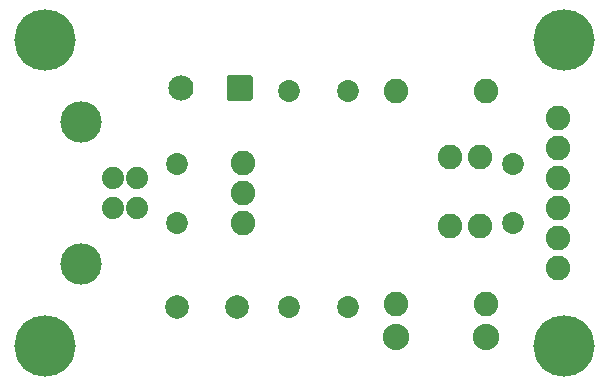
<source format=gbr>
%TF.GenerationSoftware,KiCad,Pcbnew,(6.0.7)*%
%TF.CreationDate,2022-09-29T14:27:19-05:00*%
%TF.ProjectId,usb2uart,75736232-7561-4727-942e-6b696361645f,2.0*%
%TF.SameCoordinates,Original*%
%TF.FileFunction,Soldermask,Bot*%
%TF.FilePolarity,Negative*%
%FSLAX46Y46*%
G04 Gerber Fmt 4.6, Leading zero omitted, Abs format (unit mm)*
G04 Created by KiCad (PCBNEW (6.0.7)) date 2022-09-29 14:27:19*
%MOMM*%
%LPD*%
G01*
G04 APERTURE LIST*
G04 Aperture macros list*
%AMRoundRect*
0 Rectangle with rounded corners*
0 $1 Rounding radius*
0 $2 $3 $4 $5 $6 $7 $8 $9 X,Y pos of 4 corners*
0 Add a 4 corners polygon primitive as box body*
4,1,4,$2,$3,$4,$5,$6,$7,$8,$9,$2,$3,0*
0 Add four circle primitives for the rounded corners*
1,1,$1+$1,$2,$3*
1,1,$1+$1,$4,$5*
1,1,$1+$1,$6,$7*
1,1,$1+$1,$8,$9*
0 Add four rect primitives between the rounded corners*
20,1,$1+$1,$2,$3,$4,$5,0*
20,1,$1+$1,$4,$5,$6,$7,0*
20,1,$1+$1,$6,$7,$8,$9,0*
20,1,$1+$1,$8,$9,$2,$3,0*%
G04 Aperture macros list end*
%ADD10C,1.854200*%
%ADD11C,0.500000*%
%ADD12C,5.200000*%
%ADD13C,1.879600*%
%ADD14C,3.505200*%
%ADD15C,2.082800*%
%ADD16C,2.235200*%
%ADD17C,2.000000*%
%ADD18RoundRect,0.101600X-0.965200X-0.965200X0.965200X-0.965200X0.965200X0.965200X-0.965200X0.965200X0*%
%ADD19C,2.133600*%
G04 APERTURE END LIST*
D10*
%TO.C,C3*%
X125557280Y-146812000D03*
X130556000Y-146812000D03*
%TD*%
D11*
%TO.C,H1*%
X150368000Y-151638000D03*
X150368000Y-148590000D03*
X146812000Y-150114000D03*
X147320000Y-151638000D03*
D12*
X148844000Y-150114000D03*
D11*
X148844000Y-148082000D03*
X147320000Y-148590000D03*
X148844000Y-152146000D03*
X150876000Y-150114000D03*
%TD*%
D10*
%TO.C,C4*%
X116078000Y-139659360D03*
X116078000Y-134660640D03*
%TD*%
%TO.C,C1*%
X125557280Y-128524000D03*
X130556000Y-128524000D03*
%TD*%
D11*
%TO.C,H4*%
X102870000Y-150114000D03*
X103378000Y-151638000D03*
X104902000Y-148082000D03*
X103378000Y-148590000D03*
X106934000Y-150114000D03*
X106426000Y-151638000D03*
X106426000Y-148590000D03*
D12*
X104902000Y-150114000D03*
D11*
X104902000Y-152146000D03*
%TD*%
D13*
%TO.C,J1*%
X112659160Y-138409680D03*
D14*
X107960160Y-143179800D03*
X107960160Y-131140200D03*
D13*
X110677960Y-138409680D03*
X112659160Y-135910320D03*
X110677960Y-135910320D03*
%TD*%
D15*
%TO.C,J3*%
X148336000Y-130810000D03*
X148336000Y-133350000D03*
X148336000Y-135890000D03*
X148336000Y-138430000D03*
X148336000Y-140970000D03*
X148336000Y-143510000D03*
%TD*%
%TO.C,R1*%
X134620000Y-128524000D03*
X142240000Y-128524000D03*
%TD*%
D16*
%TO.C,R3*%
X134620000Y-149352000D03*
X142240000Y-149352000D03*
%TD*%
D17*
%TO.C,FB1*%
X116078000Y-146812000D03*
X121158000Y-146812000D03*
%TD*%
D11*
%TO.C,H2*%
X150876000Y-124206000D03*
X148844000Y-126238000D03*
X148844000Y-122174000D03*
X150368000Y-125730000D03*
X150368000Y-122682000D03*
X146812000Y-124206000D03*
X147320000Y-122682000D03*
D12*
X148844000Y-124206000D03*
D11*
X147320000Y-125730000D03*
%TD*%
D15*
%TO.C,D2*%
X141732000Y-139954000D03*
X139192000Y-139954000D03*
%TD*%
D10*
%TO.C,C2*%
X144526000Y-139659360D03*
X144526000Y-134660640D03*
%TD*%
D15*
%TO.C,J2*%
X121666000Y-139700000D03*
X121666000Y-137160000D03*
X121666000Y-134620000D03*
%TD*%
%TO.C,R2*%
X134620000Y-146558000D03*
X142240000Y-146558000D03*
%TD*%
D18*
%TO.C,C5*%
X121371360Y-128270000D03*
D19*
X116372640Y-128270000D03*
%TD*%
D11*
%TO.C,H3*%
X106426000Y-122682000D03*
X104902000Y-126238000D03*
X104902000Y-122174000D03*
X102870000Y-124206000D03*
X103378000Y-122682000D03*
X103378000Y-125730000D03*
X106426000Y-125730000D03*
D12*
X104902000Y-124206000D03*
D11*
X106934000Y-124206000D03*
%TD*%
D15*
%TO.C,D1*%
X141732000Y-134112000D03*
X139192000Y-134112000D03*
%TD*%
M02*

</source>
